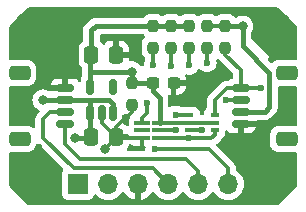
<source format=gbr>
%TF.GenerationSoftware,KiCad,Pcbnew,8.0.1*%
%TF.CreationDate,2024-04-26T21:14:53-06:00*%
%TF.ProjectId,apds-9306-sensor,61706473-2d39-4333-9036-2d73656e736f,rev?*%
%TF.SameCoordinates,Original*%
%TF.FileFunction,Copper,L1,Top*%
%TF.FilePolarity,Positive*%
%FSLAX46Y46*%
G04 Gerber Fmt 4.6, Leading zero omitted, Abs format (unit mm)*
G04 Created by KiCad (PCBNEW 8.0.1) date 2024-04-26 21:14:53*
%MOMM*%
%LPD*%
G01*
G04 APERTURE LIST*
G04 Aperture macros list*
%AMRoundRect*
0 Rectangle with rounded corners*
0 $1 Rounding radius*
0 $2 $3 $4 $5 $6 $7 $8 $9 X,Y pos of 4 corners*
0 Add a 4 corners polygon primitive as box body*
4,1,4,$2,$3,$4,$5,$6,$7,$8,$9,$2,$3,0*
0 Add four circle primitives for the rounded corners*
1,1,$1+$1,$2,$3*
1,1,$1+$1,$4,$5*
1,1,$1+$1,$6,$7*
1,1,$1+$1,$8,$9*
0 Add four rect primitives between the rounded corners*
20,1,$1+$1,$2,$3,$4,$5,0*
20,1,$1+$1,$4,$5,$6,$7,0*
20,1,$1+$1,$6,$7,$8,$9,0*
20,1,$1+$1,$8,$9,$2,$3,0*%
G04 Aperture macros list end*
%TA.AperFunction,SMDPad,CuDef*%
%ADD10RoundRect,0.237500X-0.300000X-0.237500X0.300000X-0.237500X0.300000X0.237500X-0.300000X0.237500X0*%
%TD*%
%TA.AperFunction,SMDPad,CuDef*%
%ADD11RoundRect,0.237500X-0.237500X0.250000X-0.237500X-0.250000X0.237500X-0.250000X0.237500X0.250000X0*%
%TD*%
%TA.AperFunction,SMDPad,CuDef*%
%ADD12RoundRect,0.025600X0.594400X0.134400X-0.594400X0.134400X-0.594400X-0.134400X0.594400X-0.134400X0*%
%TD*%
%TA.AperFunction,ComponentPad*%
%ADD13C,3.500000*%
%TD*%
%TA.AperFunction,SMDPad,CuDef*%
%ADD14RoundRect,0.150000X-0.625000X0.150000X-0.625000X-0.150000X0.625000X-0.150000X0.625000X0.150000X0*%
%TD*%
%TA.AperFunction,SMDPad,CuDef*%
%ADD15RoundRect,0.250000X-0.650000X0.350000X-0.650000X-0.350000X0.650000X-0.350000X0.650000X0.350000X0*%
%TD*%
%TA.AperFunction,SMDPad,CuDef*%
%ADD16R,0.787400X0.355600*%
%TD*%
%TA.AperFunction,SMDPad,CuDef*%
%ADD17RoundRect,0.250000X-0.337500X-0.475000X0.337500X-0.475000X0.337500X0.475000X-0.337500X0.475000X0*%
%TD*%
%TA.AperFunction,SMDPad,CuDef*%
%ADD18RoundRect,0.150000X0.625000X-0.150000X0.625000X0.150000X-0.625000X0.150000X-0.625000X-0.150000X0*%
%TD*%
%TA.AperFunction,SMDPad,CuDef*%
%ADD19RoundRect,0.250000X0.650000X-0.350000X0.650000X0.350000X-0.650000X0.350000X-0.650000X-0.350000X0*%
%TD*%
%TA.AperFunction,SMDPad,CuDef*%
%ADD20RoundRect,0.150000X0.150000X-0.512500X0.150000X0.512500X-0.150000X0.512500X-0.150000X-0.512500X0*%
%TD*%
%TA.AperFunction,ComponentPad*%
%ADD21R,1.700000X1.700000*%
%TD*%
%TA.AperFunction,ComponentPad*%
%ADD22O,1.700000X1.700000*%
%TD*%
%TA.AperFunction,ViaPad*%
%ADD23C,0.800000*%
%TD*%
%TA.AperFunction,ViaPad*%
%ADD24C,0.600000*%
%TD*%
%TA.AperFunction,Conductor*%
%ADD25C,0.400000*%
%TD*%
%TA.AperFunction,Conductor*%
%ADD26C,0.300000*%
%TD*%
G04 APERTURE END LIST*
D10*
%TO.P,C4,1*%
%TO.N,+3.3V*%
X165100000Y-83134200D03*
%TO.P,C4,2*%
%TO.N,GND*%
X166825000Y-83134200D03*
%TD*%
D11*
%TO.P,C3,1*%
%TO.N,+3.3V*%
X163322000Y-83138000D03*
%TO.P,C3,2*%
%TO.N,GND*%
X163322000Y-84963000D03*
%TD*%
D12*
%TO.P,U2,1,SCL*%
%TO.N,/SCL_3V*%
X165667200Y-87797400D03*
%TO.P,U2,2,SDA*%
%TO.N,/SDA_3V*%
X165667200Y-87147400D03*
%TO.P,U2,3,VDD*%
%TO.N,+3.3V*%
X165667200Y-86497400D03*
%TO.P,U2,4,INT*%
%TO.N,/INTR*%
X164177200Y-86497400D03*
%TO.P,U2,5*%
%TO.N,N/C*%
X164177200Y-87147400D03*
%TO.P,U2,6,GND*%
%TO.N,GND*%
X164177200Y-87797400D03*
%TD*%
D13*
%TO.P,H1,1*%
%TO.N,GND*%
X175260000Y-78740000D03*
%TD*%
D14*
%TO.P,J2,1,Pin_1*%
%TO.N,GND*%
X157676600Y-83590000D03*
%TO.P,J2,2,Pin_2*%
%TO.N,VCC*%
X157676600Y-84590000D03*
%TO.P,J2,3,Pin_3*%
%TO.N,/SDA*%
X157676600Y-85590000D03*
%TO.P,J2,4,Pin_4*%
%TO.N,/SCL*%
X157676600Y-86590000D03*
D15*
%TO.P,J2,MP*%
%TO.N,N/C*%
X153801600Y-82290000D03*
X153801600Y-87890000D03*
%TD*%
D11*
%TO.P,R2,1*%
%TO.N,VCC*%
X171196000Y-78310100D03*
%TO.P,R2,2*%
%TO.N,/SCL*%
X171196000Y-80135100D03*
%TD*%
D16*
%TO.P,Q1,1,1*%
%TO.N,/SCL_3V*%
X170307000Y-87136999D03*
%TO.P,Q1,2,2*%
%TO.N,+3.3V*%
X170307000Y-86487000D03*
%TO.P,Q1,3,3*%
%TO.N,/SCL*%
X170307000Y-85837001D03*
%TO.P,Q1,4,4*%
%TO.N,/SDA_3V*%
X168173400Y-85837001D03*
%TO.P,Q1,5,5*%
%TO.N,+3.3V*%
X168173400Y-86487000D03*
%TO.P,Q1,6,6*%
%TO.N,/SDA*%
X168173400Y-87136999D03*
%TD*%
D17*
%TO.P,C1,1*%
%TO.N,VCC*%
X159871500Y-87731600D03*
%TO.P,C1,2*%
%TO.N,GND*%
X161946500Y-87731600D03*
%TD*%
D18*
%TO.P,J3,1,Pin_1*%
%TO.N,GND*%
X172523400Y-86590000D03*
%TO.P,J3,2,Pin_2*%
%TO.N,VCC*%
X172523400Y-85590000D03*
%TO.P,J3,3,Pin_3*%
%TO.N,/SDA*%
X172523400Y-84590000D03*
%TO.P,J3,4,Pin_4*%
%TO.N,/SCL*%
X172523400Y-83590000D03*
D19*
%TO.P,J3,MP*%
%TO.N,N/C*%
X176398400Y-87890000D03*
X176398400Y-82290000D03*
%TD*%
D11*
%TO.P,R5,1*%
%TO.N,+3.3V*%
X165100000Y-78310100D03*
%TO.P,R5,2*%
%TO.N,/INTR*%
X165100000Y-80135100D03*
%TD*%
D13*
%TO.P,H4,1*%
%TO.N,GND*%
X154940000Y-91440000D03*
%TD*%
%TO.P,H3,1*%
%TO.N,GND*%
X175260000Y-91440000D03*
%TD*%
D11*
%TO.P,R4,1*%
%TO.N,+3.3V*%
X166624000Y-78310100D03*
%TO.P,R4,2*%
%TO.N,/SDA_3V*%
X166624000Y-80135100D03*
%TD*%
%TO.P,R1,1*%
%TO.N,VCC*%
X169672000Y-78310100D03*
%TO.P,R1,2*%
%TO.N,/SDA*%
X169672000Y-80135100D03*
%TD*%
D17*
%TO.P,C2,1*%
%TO.N,+3.3V*%
X159871500Y-80772000D03*
%TO.P,C2,2*%
%TO.N,GND*%
X161946500Y-80772000D03*
%TD*%
D20*
%TO.P,U1,1,VIN*%
%TO.N,VCC*%
X159781200Y-85714000D03*
%TO.P,U1,2,GND*%
%TO.N,GND*%
X160731200Y-85714000D03*
%TO.P,U1,3,EN*%
%TO.N,VCC*%
X161681200Y-85714000D03*
%TO.P,U1,4,NC*%
%TO.N,unconnected-(U1-NC-Pad4)*%
X161681200Y-83439000D03*
%TO.P,U1,5,VOUT*%
%TO.N,+3.3V*%
X159781200Y-83439000D03*
%TD*%
D11*
%TO.P,R3,1*%
%TO.N,+3.3V*%
X168148000Y-78310100D03*
%TO.P,R3,2*%
%TO.N,/SCL_3V*%
X168148000Y-80135100D03*
%TD*%
D13*
%TO.P,H2,1*%
%TO.N,GND*%
X154940000Y-78740000D03*
%TD*%
D21*
%TO.P,J1,1,Pin_1*%
%TO.N,VCC*%
X158750000Y-91669000D03*
D22*
%TO.P,J1,2,Pin_2*%
%TO.N,+3.3V*%
X161290000Y-91669000D03*
%TO.P,J1,3,Pin_3*%
%TO.N,GND*%
X163830000Y-91669000D03*
%TO.P,J1,4,Pin_4*%
%TO.N,/SDA*%
X166370000Y-91669000D03*
%TO.P,J1,5,Pin_5*%
%TO.N,/SCL*%
X168910000Y-91669000D03*
%TO.P,J1,6,Pin_6*%
%TO.N,/INTR*%
X171450000Y-91669000D03*
%TD*%
D23*
%TO.N,VCC*%
X158521400Y-87782400D03*
X172669200Y-78333600D03*
X155778200Y-84582000D03*
D24*
%TO.N,GND*%
X153314400Y-80822800D03*
X153416000Y-89230200D03*
D23*
X163576000Y-80314800D03*
D24*
X156845000Y-92938600D03*
X173304200Y-77165200D03*
X176606200Y-85648800D03*
X176809400Y-80619600D03*
X162902900Y-86017100D03*
X170688000Y-82550000D03*
X174294800Y-88671400D03*
X176555400Y-84023200D03*
X157505400Y-77343000D03*
X153822400Y-84251800D03*
X155397200Y-88544400D03*
X173024800Y-92786200D03*
X157556200Y-82296000D03*
X153797000Y-86004400D03*
D23*
X160985200Y-88747600D03*
%TO.N,+3.3V*%
X163322000Y-82194400D03*
D24*
%TO.N,/SDA*%
X171297600Y-84607400D03*
X169672000Y-81432400D03*
X169214800Y-87137000D03*
%TO.N,/SCL_3V*%
X168122600Y-87814801D03*
X168148000Y-81635600D03*
%TO.N,/SDA_3V*%
X167005000Y-87147400D03*
X166624000Y-81686400D03*
X167005000Y-85847400D03*
%TO.N,/SCL*%
X174242600Y-83590000D03*
%TO.N,/INTR*%
X164566600Y-84810600D03*
X165252400Y-88722200D03*
X165100000Y-81610200D03*
%TD*%
D25*
%TO.N,VCC*%
X159664400Y-84590000D02*
X161348800Y-84590000D01*
X172669200Y-78333600D02*
X172669200Y-80010000D01*
X161681200Y-84922400D02*
X161681200Y-85714000D01*
D26*
X169672000Y-78310100D02*
X171196000Y-78310100D01*
D25*
X159781200Y-84706800D02*
X159664400Y-84590000D01*
X155786200Y-84590000D02*
X155778200Y-84582000D01*
X157676600Y-84590000D02*
X155786200Y-84590000D01*
X172669200Y-78333600D02*
X172645700Y-78310100D01*
X174942600Y-85178800D02*
X174942600Y-82283400D01*
X157676600Y-84590000D02*
X159664400Y-84590000D01*
X159820700Y-87782400D02*
X159871500Y-87731600D01*
X174531400Y-85590000D02*
X174942600Y-85178800D01*
X174942600Y-82283400D02*
X172669200Y-80010000D01*
X161348800Y-84590000D02*
X161681200Y-84922400D01*
X158521400Y-87782400D02*
X159820700Y-87782400D01*
X159781200Y-85714000D02*
X159781200Y-84706800D01*
X172645700Y-78310100D02*
X171196000Y-78310100D01*
X159781200Y-85714000D02*
X159781200Y-87641300D01*
X159781200Y-87641300D02*
X159871500Y-87731600D01*
X174531400Y-85590000D02*
X172523400Y-85590000D01*
X158572200Y-87731600D02*
X158521400Y-87782400D01*
D26*
%TO.N,GND*%
X157676600Y-83590000D02*
X157556200Y-83469600D01*
X160731200Y-86516300D02*
X160731200Y-85714000D01*
X161946500Y-87731600D02*
X160731200Y-86516300D01*
X164177200Y-87797400D02*
X162012300Y-87797400D01*
X162763200Y-86017100D02*
X161946500Y-86833800D01*
X161946500Y-80772000D02*
X161874200Y-80699700D01*
X162902900Y-86017100D02*
X162763200Y-86017100D01*
X163118800Y-80772000D02*
X163576000Y-80314800D01*
X163322000Y-85598000D02*
X163322000Y-84963000D01*
X161921100Y-87757000D02*
X161772600Y-87757000D01*
X161946500Y-87731600D02*
X161946500Y-87786300D01*
X157556200Y-83469600D02*
X157556200Y-82296000D01*
X161946500Y-80772000D02*
X163118800Y-80772000D01*
X161946500Y-86833800D02*
X161946500Y-87731600D01*
X161946500Y-87731600D02*
X161921100Y-87757000D01*
X161946500Y-87786300D02*
X160985200Y-88747600D01*
X162902900Y-86017100D02*
X163322000Y-85598000D01*
X162012300Y-87797400D02*
X161946500Y-87731600D01*
D25*
%TO.N,+3.3V*%
X159781200Y-83439000D02*
X159781200Y-82194400D01*
X165096200Y-83138000D02*
X165100000Y-83134200D01*
X166624000Y-78310100D02*
X168148000Y-78310100D01*
X165100000Y-83134200D02*
X165100000Y-83820000D01*
X159871500Y-78659900D02*
X159871500Y-80772000D01*
X165100000Y-83820000D02*
X165667200Y-84387200D01*
X160223200Y-78308200D02*
X159871500Y-78659900D01*
X163322000Y-82194400D02*
X159781200Y-82194400D01*
X159781200Y-80862300D02*
X159871500Y-80772000D01*
D26*
X165667200Y-86497400D02*
X168163000Y-86497400D01*
X168163000Y-86497400D02*
X168173400Y-86487000D01*
D25*
X165667200Y-84387200D02*
X165667200Y-86497400D01*
X165100000Y-78310100D02*
X166624000Y-78310100D01*
X163322000Y-83138000D02*
X165096200Y-83138000D01*
X163322000Y-83138000D02*
X163322000Y-82194400D01*
D26*
X168173400Y-86487000D02*
X170307000Y-86487000D01*
D25*
X165098100Y-78308200D02*
X160223200Y-78308200D01*
X165100000Y-78310100D02*
X165098100Y-78308200D01*
X159781200Y-83439000D02*
X159816800Y-83403400D01*
X159781200Y-82194400D02*
X159781200Y-80862300D01*
D26*
%TO.N,/SDA*%
X158369000Y-90347800D02*
X165048800Y-90347800D01*
X155778200Y-87757000D02*
X158369000Y-90347800D01*
X157676600Y-85590000D02*
X156395800Y-85590000D01*
X165048800Y-90347800D02*
X166370000Y-91669000D01*
X169214799Y-87136999D02*
X168173400Y-87136999D01*
X172523400Y-84590000D02*
X171315000Y-84590000D01*
X155778200Y-86207600D02*
X155778200Y-87757000D01*
X169672000Y-81432400D02*
X169672000Y-80135100D01*
X171315000Y-84590000D02*
X171297600Y-84607400D01*
X169214800Y-87137000D02*
X169214799Y-87136999D01*
X156395800Y-85590000D02*
X155778200Y-86207600D01*
%TO.N,/SCL_3V*%
X165667200Y-87797400D02*
X170038000Y-87797400D01*
X168148000Y-80135100D02*
X168148000Y-81635600D01*
X170307000Y-87528400D02*
X170307000Y-87136999D01*
X170038000Y-87797400D02*
X170307000Y-87528400D01*
%TO.N,/SDA_3V*%
X168173400Y-85837001D02*
X167015399Y-85837001D01*
X166624000Y-81686400D02*
X166624000Y-80135100D01*
X167015399Y-85837001D02*
X167005000Y-85847400D01*
X165667200Y-87147400D02*
X167005000Y-87147400D01*
%TO.N,/SCL*%
X157676600Y-88283800D02*
X158927800Y-89535000D01*
X157676600Y-86590000D02*
X157676600Y-88283800D01*
X167894000Y-89535000D02*
X168910000Y-90551000D01*
X170307000Y-84607400D02*
X170307000Y-85837001D01*
X172523400Y-83590000D02*
X171324400Y-83590000D01*
X174242600Y-83590000D02*
X172523400Y-83590000D01*
X172523400Y-83590000D02*
X172523400Y-82074000D01*
X158927800Y-89535000D02*
X167894000Y-89535000D01*
X171196000Y-80746600D02*
X171196000Y-80135100D01*
X172523400Y-82074000D02*
X171196000Y-80746600D01*
X171324400Y-83590000D02*
X170307000Y-84607400D01*
X168910000Y-90551000D02*
X168910000Y-91669000D01*
%TO.N,/INTR*%
X165252400Y-88722200D02*
X169799000Y-88722200D01*
X169799000Y-88722200D02*
X171450000Y-90373200D01*
X164566600Y-85699600D02*
X164160200Y-86106000D01*
X165100000Y-80135100D02*
X165100000Y-81610200D01*
X164160200Y-86106000D02*
X164160200Y-86480400D01*
X164566600Y-84810600D02*
X164566600Y-85699600D01*
X164160200Y-86480400D02*
X164177200Y-86497400D01*
X171450000Y-90373200D02*
X171450000Y-91669000D01*
%TD*%
%TA.AperFunction,Conductor*%
%TO.N,GND*%
G36*
X177231591Y-83396681D02*
G01*
X177282475Y-83444561D01*
X177299500Y-83507269D01*
X177299500Y-86672730D01*
X177279815Y-86739769D01*
X177227011Y-86785524D01*
X177162898Y-86796088D01*
X177098411Y-86789500D01*
X175698398Y-86789500D01*
X175698381Y-86789501D01*
X175595603Y-86800000D01*
X175595600Y-86800001D01*
X175429068Y-86855185D01*
X175429063Y-86855187D01*
X175279742Y-86947289D01*
X175155689Y-87071342D01*
X175063587Y-87220663D01*
X175063585Y-87220668D01*
X175050087Y-87261402D01*
X175008401Y-87387203D01*
X175008401Y-87387204D01*
X175008400Y-87387204D01*
X174997900Y-87489983D01*
X174997900Y-88290001D01*
X174997901Y-88290019D01*
X175008400Y-88392796D01*
X175008401Y-88392799D01*
X175026447Y-88447256D01*
X175063586Y-88559334D01*
X175155688Y-88708656D01*
X175279744Y-88832712D01*
X175429066Y-88924814D01*
X175595603Y-88979999D01*
X175698391Y-88990500D01*
X177098408Y-88990499D01*
X177162898Y-88983911D01*
X177231591Y-88996681D01*
X177282475Y-89044561D01*
X177299500Y-89107269D01*
X177299500Y-91435933D01*
X177299235Y-91444043D01*
X177282583Y-91698104D01*
X177280465Y-91714186D01*
X177243053Y-91902266D01*
X177210668Y-91964177D01*
X177209117Y-91965755D01*
X175785755Y-93389117D01*
X175724432Y-93422602D01*
X175722266Y-93423053D01*
X175534186Y-93460465D01*
X175518104Y-93462583D01*
X175264043Y-93479235D01*
X175255933Y-93479500D01*
X154944067Y-93479500D01*
X154935957Y-93479235D01*
X154681895Y-93462583D01*
X154665814Y-93460465D01*
X154477733Y-93423053D01*
X154415822Y-93390668D01*
X154414243Y-93389117D01*
X152990881Y-91965755D01*
X152957396Y-91904432D01*
X152956970Y-91902389D01*
X152919532Y-91714172D01*
X152917417Y-91698116D01*
X152906948Y-91538377D01*
X153690000Y-91538377D01*
X153720779Y-91732709D01*
X153781580Y-91919833D01*
X153870904Y-92095143D01*
X153986554Y-92254320D01*
X154125680Y-92393446D01*
X154284857Y-92509096D01*
X154460167Y-92598420D01*
X154647291Y-92659221D01*
X154841623Y-92690000D01*
X155038377Y-92690000D01*
X155232709Y-92659221D01*
X155419833Y-92598420D01*
X155595143Y-92509096D01*
X155754320Y-92393446D01*
X155893446Y-92254320D01*
X156009096Y-92095143D01*
X156098420Y-91919833D01*
X156159221Y-91732709D01*
X156190000Y-91538377D01*
X156190000Y-91341623D01*
X156159221Y-91147291D01*
X156098420Y-90960167D01*
X156009096Y-90784857D01*
X155893446Y-90625680D01*
X155754320Y-90486554D01*
X155595143Y-90370904D01*
X155419833Y-90281580D01*
X155232709Y-90220779D01*
X155038377Y-90190000D01*
X154841623Y-90190000D01*
X154647291Y-90220779D01*
X154460167Y-90281580D01*
X154284857Y-90370904D01*
X154125680Y-90486554D01*
X153986554Y-90625680D01*
X153870904Y-90784857D01*
X153781580Y-90960167D01*
X153720779Y-91147291D01*
X153690000Y-91341623D01*
X153690000Y-91538377D01*
X152906948Y-91538377D01*
X152900765Y-91444042D01*
X152900500Y-91435933D01*
X152900500Y-89107269D01*
X152920185Y-89040230D01*
X152972989Y-88994475D01*
X153037100Y-88983911D01*
X153101591Y-88990500D01*
X154501608Y-88990499D01*
X154604397Y-88979999D01*
X154770934Y-88924814D01*
X154920256Y-88832712D01*
X155044312Y-88708656D01*
X155136414Y-88559334D01*
X155191599Y-88392797D01*
X155193113Y-88377976D01*
X155219509Y-88313285D01*
X155276689Y-88273134D01*
X155346500Y-88270270D01*
X155404152Y-88302898D01*
X157475148Y-90373894D01*
X157508633Y-90435217D01*
X157503649Y-90504909D01*
X157486734Y-90535886D01*
X157456204Y-90576668D01*
X157456202Y-90576671D01*
X157405908Y-90711517D01*
X157399501Y-90771116D01*
X157399500Y-90771135D01*
X157399500Y-92566870D01*
X157399501Y-92566876D01*
X157405908Y-92626483D01*
X157456202Y-92761328D01*
X157456206Y-92761335D01*
X157542452Y-92876544D01*
X157542455Y-92876547D01*
X157657664Y-92962793D01*
X157657671Y-92962797D01*
X157792517Y-93013091D01*
X157792516Y-93013091D01*
X157799444Y-93013835D01*
X157852127Y-93019500D01*
X159647872Y-93019499D01*
X159707483Y-93013091D01*
X159842331Y-92962796D01*
X159957546Y-92876546D01*
X160043796Y-92761331D01*
X160092810Y-92629916D01*
X160134681Y-92573984D01*
X160200145Y-92549566D01*
X160268418Y-92564417D01*
X160296673Y-92585569D01*
X160418599Y-92707495D01*
X160515384Y-92775265D01*
X160612165Y-92843032D01*
X160612167Y-92843033D01*
X160612170Y-92843035D01*
X160826337Y-92942903D01*
X161054592Y-93004063D01*
X161231034Y-93019500D01*
X161289999Y-93024659D01*
X161290000Y-93024659D01*
X161290001Y-93024659D01*
X161348966Y-93019500D01*
X161525408Y-93004063D01*
X161753663Y-92942903D01*
X161967830Y-92843035D01*
X162161401Y-92707495D01*
X162328495Y-92540401D01*
X162458730Y-92354405D01*
X162513307Y-92310781D01*
X162582805Y-92303587D01*
X162645160Y-92335110D01*
X162661879Y-92354405D01*
X162791890Y-92540078D01*
X162958917Y-92707105D01*
X163152421Y-92842600D01*
X163366507Y-92942429D01*
X163366516Y-92942433D01*
X163580000Y-92999634D01*
X163580000Y-92102012D01*
X163637007Y-92134925D01*
X163764174Y-92169000D01*
X163895826Y-92169000D01*
X164022993Y-92134925D01*
X164080000Y-92102012D01*
X164080000Y-92999633D01*
X164293483Y-92942433D01*
X164293492Y-92942429D01*
X164507578Y-92842600D01*
X164701082Y-92707105D01*
X164868105Y-92540082D01*
X164998119Y-92354405D01*
X165052696Y-92310781D01*
X165122195Y-92303588D01*
X165184549Y-92335110D01*
X165201269Y-92354405D01*
X165331505Y-92540401D01*
X165498599Y-92707495D01*
X165595384Y-92775265D01*
X165692165Y-92843032D01*
X165692167Y-92843033D01*
X165692170Y-92843035D01*
X165906337Y-92942903D01*
X166134592Y-93004063D01*
X166311034Y-93019500D01*
X166369999Y-93024659D01*
X166370000Y-93024659D01*
X166370001Y-93024659D01*
X166428966Y-93019500D01*
X166605408Y-93004063D01*
X166833663Y-92942903D01*
X167047830Y-92843035D01*
X167241401Y-92707495D01*
X167408495Y-92540401D01*
X167538425Y-92354842D01*
X167593002Y-92311217D01*
X167662500Y-92304023D01*
X167724855Y-92335546D01*
X167741575Y-92354842D01*
X167871500Y-92540395D01*
X167871505Y-92540401D01*
X168038599Y-92707495D01*
X168135384Y-92775265D01*
X168232165Y-92843032D01*
X168232167Y-92843033D01*
X168232170Y-92843035D01*
X168446337Y-92942903D01*
X168674592Y-93004063D01*
X168851034Y-93019500D01*
X168909999Y-93024659D01*
X168910000Y-93024659D01*
X168910001Y-93024659D01*
X168968966Y-93019500D01*
X169145408Y-93004063D01*
X169373663Y-92942903D01*
X169587830Y-92843035D01*
X169781401Y-92707495D01*
X169948495Y-92540401D01*
X170078425Y-92354842D01*
X170133002Y-92311217D01*
X170202500Y-92304023D01*
X170264855Y-92335546D01*
X170281575Y-92354842D01*
X170411500Y-92540395D01*
X170411505Y-92540401D01*
X170578599Y-92707495D01*
X170675384Y-92775265D01*
X170772165Y-92843032D01*
X170772167Y-92843033D01*
X170772170Y-92843035D01*
X170986337Y-92942903D01*
X171214592Y-93004063D01*
X171391034Y-93019500D01*
X171449999Y-93024659D01*
X171450000Y-93024659D01*
X171450001Y-93024659D01*
X171508966Y-93019500D01*
X171685408Y-93004063D01*
X171913663Y-92942903D01*
X172127830Y-92843035D01*
X172321401Y-92707495D01*
X172488495Y-92540401D01*
X172624035Y-92346830D01*
X172723903Y-92132663D01*
X172785063Y-91904408D01*
X172805659Y-91669000D01*
X172794231Y-91538377D01*
X174010000Y-91538377D01*
X174040779Y-91732709D01*
X174101580Y-91919833D01*
X174190904Y-92095143D01*
X174306554Y-92254320D01*
X174445680Y-92393446D01*
X174604857Y-92509096D01*
X174780167Y-92598420D01*
X174967291Y-92659221D01*
X175161623Y-92690000D01*
X175358377Y-92690000D01*
X175552709Y-92659221D01*
X175739833Y-92598420D01*
X175915143Y-92509096D01*
X176074320Y-92393446D01*
X176213446Y-92254320D01*
X176329096Y-92095143D01*
X176418420Y-91919833D01*
X176479221Y-91732709D01*
X176510000Y-91538377D01*
X176510000Y-91341623D01*
X176479221Y-91147291D01*
X176418420Y-90960167D01*
X176329096Y-90784857D01*
X176213446Y-90625680D01*
X176074320Y-90486554D01*
X175915143Y-90370904D01*
X175739833Y-90281580D01*
X175552709Y-90220779D01*
X175358377Y-90190000D01*
X175161623Y-90190000D01*
X174967291Y-90220779D01*
X174780167Y-90281580D01*
X174604857Y-90370904D01*
X174445680Y-90486554D01*
X174306554Y-90625680D01*
X174190904Y-90784857D01*
X174101580Y-90960167D01*
X174040779Y-91147291D01*
X174010000Y-91341623D01*
X174010000Y-91538377D01*
X172794231Y-91538377D01*
X172785063Y-91433592D01*
X172723903Y-91205337D01*
X172624035Y-90991171D01*
X172618425Y-90983158D01*
X172488494Y-90797597D01*
X172321402Y-90630506D01*
X172321401Y-90630505D01*
X172198616Y-90544530D01*
X172153376Y-90512852D01*
X172109751Y-90458275D01*
X172100500Y-90411277D01*
X172100500Y-90309128D01*
X172075502Y-90183461D01*
X172075501Y-90183460D01*
X172075501Y-90183456D01*
X172045681Y-90111465D01*
X172026466Y-90065074D01*
X171955277Y-89958531D01*
X171955272Y-89958525D01*
X170463727Y-88466981D01*
X170430242Y-88405658D01*
X170435226Y-88335966D01*
X170463727Y-88291619D01*
X170812271Y-87943075D01*
X170812276Y-87943070D01*
X170883465Y-87836527D01*
X170891029Y-87818263D01*
X170934866Y-87763862D01*
X170941325Y-87759872D01*
X170975088Y-87734597D01*
X171058246Y-87672345D01*
X171144496Y-87557130D01*
X171194791Y-87422282D01*
X171201200Y-87362672D01*
X171201199Y-87261399D01*
X171220883Y-87194363D01*
X171273686Y-87148607D01*
X171342845Y-87138663D01*
X171406401Y-87167687D01*
X171412880Y-87173720D01*
X171496838Y-87257678D01*
X171496847Y-87257685D01*
X171638203Y-87341282D01*
X171638206Y-87341283D01*
X171795904Y-87387099D01*
X171795910Y-87387100D01*
X171832750Y-87389999D01*
X171832766Y-87390000D01*
X172273400Y-87390000D01*
X172273400Y-86840000D01*
X172773400Y-86840000D01*
X172773400Y-87390000D01*
X173214034Y-87390000D01*
X173214049Y-87389999D01*
X173250889Y-87387100D01*
X173250895Y-87387099D01*
X173408593Y-87341283D01*
X173408596Y-87341282D01*
X173549952Y-87257685D01*
X173549961Y-87257678D01*
X173666078Y-87141561D01*
X173666085Y-87141552D01*
X173749681Y-87000198D01*
X173795500Y-86842486D01*
X173795695Y-86840001D01*
X173795695Y-86840000D01*
X172773400Y-86840000D01*
X172273400Y-86840000D01*
X172273400Y-86514500D01*
X172293085Y-86447461D01*
X172345889Y-86401706D01*
X172397400Y-86390500D01*
X173214086Y-86390500D01*
X173214094Y-86390500D01*
X173250969Y-86387598D01*
X173250971Y-86387597D01*
X173250973Y-86387597D01*
X173397855Y-86344924D01*
X173432450Y-86340000D01*
X173795696Y-86340000D01*
X173804637Y-86330328D01*
X173864598Y-86294462D01*
X173895692Y-86290500D01*
X174600396Y-86290500D01*
X174691440Y-86272389D01*
X174735728Y-86263580D01*
X174799469Y-86237177D01*
X174863207Y-86210777D01*
X174863208Y-86210776D01*
X174863211Y-86210775D01*
X174977943Y-86134114D01*
X175486714Y-85625343D01*
X175563375Y-85510611D01*
X175616180Y-85383128D01*
X175636705Y-85279943D01*
X175643100Y-85247796D01*
X175643100Y-83514499D01*
X175662785Y-83447460D01*
X175715589Y-83401705D01*
X175767095Y-83390499D01*
X177098408Y-83390499D01*
X177162898Y-83383911D01*
X177231591Y-83396681D01*
G37*
%TD.AperFunction*%
%TA.AperFunction,Conductor*%
G36*
X164280239Y-87827584D02*
G01*
X164325994Y-87880388D01*
X164337200Y-87931899D01*
X164337200Y-88457400D01*
X164337914Y-88457400D01*
X164404953Y-88477085D01*
X164450708Y-88529889D01*
X164461134Y-88595283D01*
X164446835Y-88722195D01*
X164446835Y-88722201D01*
X164449586Y-88746615D01*
X164437532Y-88815437D01*
X164390183Y-88866817D01*
X164326366Y-88884500D01*
X162966123Y-88884500D01*
X162899084Y-88864815D01*
X162853329Y-88812011D01*
X162843385Y-88742853D01*
X162872410Y-88679297D01*
X162875492Y-88675986D01*
X162876315Y-88674946D01*
X162968356Y-88525724D01*
X162968359Y-88525717D01*
X163019827Y-88370396D01*
X163059599Y-88312951D01*
X163124115Y-88286127D01*
X163192891Y-88298442D01*
X163212459Y-88310595D01*
X163322776Y-88394252D01*
X163457186Y-88447255D01*
X163457188Y-88447256D01*
X163541656Y-88457400D01*
X164017200Y-88457400D01*
X164017200Y-87931899D01*
X164036885Y-87864860D01*
X164089689Y-87819105D01*
X164141198Y-87807899D01*
X164213201Y-87807899D01*
X164280239Y-87827584D01*
G37*
%TD.AperFunction*%
%TA.AperFunction,Conductor*%
G36*
X163020039Y-87501285D02*
G01*
X163065794Y-87554089D01*
X163077000Y-87605600D01*
X163077000Y-87637400D01*
X163139345Y-87637400D01*
X163206384Y-87657085D01*
X163214271Y-87662597D01*
X163309216Y-87734597D01*
X163350739Y-87790789D01*
X163355290Y-87860511D01*
X163321425Y-87921624D01*
X163259895Y-87954728D01*
X163234290Y-87957400D01*
X163066925Y-87957400D01*
X163027796Y-87978766D01*
X163001438Y-87981600D01*
X161820500Y-87981600D01*
X161753461Y-87961915D01*
X161707706Y-87909111D01*
X161696500Y-87857600D01*
X161696500Y-87605600D01*
X161716185Y-87538561D01*
X161768989Y-87492806D01*
X161820500Y-87481600D01*
X162953000Y-87481600D01*
X163020039Y-87501285D01*
G37*
%TD.AperFunction*%
%TA.AperFunction,Conductor*%
G36*
X175264042Y-76700765D02*
G01*
X175285151Y-76702148D01*
X175518116Y-76717417D01*
X175534172Y-76719532D01*
X175722268Y-76756946D01*
X175784176Y-76789330D01*
X175785755Y-76790881D01*
X177209117Y-78214243D01*
X177242602Y-78275566D01*
X177243053Y-78277733D01*
X177280465Y-78465814D01*
X177282583Y-78481895D01*
X177299235Y-78735956D01*
X177299500Y-78744066D01*
X177299500Y-81072730D01*
X177279815Y-81139769D01*
X177227011Y-81185524D01*
X177162898Y-81196088D01*
X177098411Y-81189500D01*
X175698398Y-81189500D01*
X175698381Y-81189501D01*
X175595603Y-81200000D01*
X175595600Y-81200001D01*
X175429068Y-81255185D01*
X175429063Y-81255187D01*
X175279742Y-81347289D01*
X175226124Y-81400907D01*
X175164801Y-81434391D01*
X175095109Y-81429406D01*
X175050763Y-81400906D01*
X174829945Y-81180088D01*
X174796460Y-81118765D01*
X174801444Y-81049073D01*
X174843316Y-80993140D01*
X174908780Y-80968723D01*
X174941818Y-80970790D01*
X174965683Y-80975537D01*
X175024518Y-80979392D01*
X173406019Y-79360893D01*
X173372534Y-79299570D01*
X173369700Y-79273212D01*
X173369700Y-78948991D01*
X173389385Y-78881952D01*
X173401552Y-78866017D01*
X173401733Y-78865816D01*
X173417575Y-78838377D01*
X174010000Y-78838377D01*
X174040779Y-79032709D01*
X174101580Y-79219833D01*
X174190904Y-79395143D01*
X174306554Y-79554320D01*
X174445680Y-79693446D01*
X174604857Y-79809096D01*
X174780167Y-79898420D01*
X174967291Y-79959221D01*
X175161623Y-79990000D01*
X175358377Y-79990000D01*
X175552709Y-79959221D01*
X175739833Y-79898420D01*
X175915143Y-79809096D01*
X176074320Y-79693446D01*
X176213446Y-79554320D01*
X176329096Y-79395143D01*
X176418420Y-79219833D01*
X176479221Y-79032709D01*
X176510000Y-78838377D01*
X176510000Y-78641623D01*
X176479221Y-78447291D01*
X176418420Y-78260167D01*
X176329096Y-78084857D01*
X176213446Y-77925680D01*
X176074320Y-77786554D01*
X175915143Y-77670904D01*
X175739833Y-77581580D01*
X175552709Y-77520779D01*
X175358377Y-77490000D01*
X175161623Y-77490000D01*
X174967291Y-77520779D01*
X174780167Y-77581580D01*
X174604857Y-77670904D01*
X174445680Y-77786554D01*
X174306554Y-77925680D01*
X174190904Y-78084857D01*
X174101580Y-78260167D01*
X174040779Y-78447291D01*
X174010000Y-78641623D01*
X174010000Y-78838377D01*
X173417575Y-78838377D01*
X173496379Y-78701884D01*
X173554874Y-78521856D01*
X173574660Y-78333600D01*
X173554874Y-78145344D01*
X173496379Y-77965316D01*
X173401733Y-77801384D01*
X173275071Y-77660712D01*
X173275070Y-77660711D01*
X173121934Y-77549451D01*
X173121929Y-77549448D01*
X172949007Y-77472457D01*
X172949002Y-77472455D01*
X172803201Y-77441465D01*
X172763846Y-77433100D01*
X172574554Y-77433100D01*
X172542097Y-77439998D01*
X172389397Y-77472455D01*
X172389392Y-77472457D01*
X172216470Y-77549448D01*
X172216465Y-77549451D01*
X172166274Y-77585918D01*
X172100468Y-77609398D01*
X172093389Y-77609600D01*
X172078052Y-77609600D01*
X172011013Y-77589915D01*
X171990371Y-77573281D01*
X171894351Y-77477261D01*
X171894350Y-77477260D01*
X171747516Y-77386692D01*
X171583753Y-77332426D01*
X171583751Y-77332425D01*
X171482678Y-77322100D01*
X170909330Y-77322100D01*
X170909312Y-77322101D01*
X170808247Y-77332425D01*
X170644484Y-77386692D01*
X170644477Y-77386695D01*
X170499096Y-77476367D01*
X170431704Y-77494807D01*
X170368904Y-77476367D01*
X170223522Y-77386695D01*
X170223517Y-77386693D01*
X170223516Y-77386692D01*
X170059753Y-77332426D01*
X170059751Y-77332425D01*
X169958678Y-77322100D01*
X169385330Y-77322100D01*
X169385312Y-77322101D01*
X169284247Y-77332425D01*
X169120484Y-77386692D01*
X169120477Y-77386695D01*
X168975096Y-77476367D01*
X168907704Y-77494807D01*
X168844904Y-77476367D01*
X168699522Y-77386695D01*
X168699517Y-77386693D01*
X168699516Y-77386692D01*
X168535753Y-77332426D01*
X168535751Y-77332425D01*
X168434678Y-77322100D01*
X167861330Y-77322100D01*
X167861312Y-77322101D01*
X167760247Y-77332425D01*
X167596484Y-77386692D01*
X167596477Y-77386695D01*
X167451096Y-77476367D01*
X167383704Y-77494807D01*
X167320904Y-77476367D01*
X167175522Y-77386695D01*
X167175517Y-77386693D01*
X167175516Y-77386692D01*
X167011753Y-77332426D01*
X167011751Y-77332425D01*
X166910678Y-77322100D01*
X166337330Y-77322100D01*
X166337312Y-77322101D01*
X166236247Y-77332425D01*
X166072484Y-77386692D01*
X166072477Y-77386695D01*
X165927096Y-77476367D01*
X165859704Y-77494807D01*
X165796904Y-77476367D01*
X165651522Y-77386695D01*
X165651517Y-77386693D01*
X165651516Y-77386692D01*
X165487753Y-77332426D01*
X165487751Y-77332425D01*
X165386678Y-77322100D01*
X164813330Y-77322100D01*
X164813312Y-77322101D01*
X164712247Y-77332425D01*
X164548484Y-77386692D01*
X164548481Y-77386693D01*
X164401648Y-77477261D01*
X164307529Y-77571381D01*
X164246206Y-77604866D01*
X164219848Y-77607700D01*
X160154204Y-77607700D01*
X160018877Y-77634618D01*
X160018867Y-77634621D01*
X159891392Y-77687422D01*
X159776654Y-77764087D01*
X159327387Y-78213354D01*
X159293743Y-78263708D01*
X159250728Y-78328083D01*
X159250721Y-78328095D01*
X159197921Y-78455567D01*
X159197918Y-78455577D01*
X159171000Y-78590904D01*
X159171000Y-79569911D01*
X159151315Y-79636950D01*
X159112098Y-79675449D01*
X159065344Y-79704287D01*
X158941289Y-79828342D01*
X158849187Y-79977663D01*
X158849185Y-79977668D01*
X158849115Y-79977880D01*
X158794001Y-80144203D01*
X158794001Y-80144204D01*
X158794000Y-80144204D01*
X158783500Y-80246983D01*
X158783500Y-81297001D01*
X158783501Y-81297019D01*
X158794000Y-81399796D01*
X158794001Y-81399799D01*
X158834333Y-81521511D01*
X158849186Y-81566334D01*
X158908306Y-81662184D01*
X158941289Y-81715657D01*
X159044381Y-81818749D01*
X159077866Y-81880072D01*
X159080700Y-81906430D01*
X159080700Y-82545530D01*
X159063432Y-82608650D01*
X159029457Y-82666099D01*
X159029454Y-82666106D01*
X158983602Y-82823926D01*
X158983601Y-82823932D01*
X158980700Y-82860798D01*
X158980700Y-82900498D01*
X158961015Y-82967537D01*
X158908211Y-83013292D01*
X158839053Y-83023236D01*
X158775497Y-82994211D01*
X158769019Y-82988179D01*
X158703161Y-82922321D01*
X158703152Y-82922314D01*
X158561796Y-82838717D01*
X158561793Y-82838716D01*
X158404095Y-82792900D01*
X158404089Y-82792899D01*
X158367249Y-82790000D01*
X157926600Y-82790000D01*
X157926600Y-83665500D01*
X157906915Y-83732539D01*
X157854111Y-83778294D01*
X157802600Y-83789500D01*
X156985898Y-83789500D01*
X156949032Y-83792401D01*
X156949026Y-83792402D01*
X156802145Y-83835076D01*
X156767550Y-83840000D01*
X156381298Y-83840000D01*
X156372780Y-83845094D01*
X156302947Y-83842843D01*
X156268812Y-83825372D01*
X156230930Y-83797849D01*
X156230929Y-83797848D01*
X156058007Y-83720857D01*
X156058002Y-83720855D01*
X155912201Y-83689865D01*
X155872846Y-83681500D01*
X155683554Y-83681500D01*
X155664684Y-83685511D01*
X155498397Y-83720855D01*
X155498392Y-83720857D01*
X155325470Y-83797848D01*
X155325465Y-83797851D01*
X155172329Y-83909111D01*
X155045666Y-84049785D01*
X154951021Y-84213715D01*
X154951018Y-84213722D01*
X154892527Y-84393740D01*
X154892526Y-84393744D01*
X154872740Y-84582000D01*
X154892526Y-84770256D01*
X154892527Y-84770259D01*
X154951018Y-84950277D01*
X154951021Y-84950284D01*
X155045667Y-85114216D01*
X155136778Y-85215405D01*
X155172329Y-85254888D01*
X155325465Y-85366148D01*
X155325470Y-85366151D01*
X155419591Y-85408057D01*
X155472828Y-85453307D01*
X155493149Y-85520156D01*
X155474104Y-85587380D01*
X155456836Y-85609017D01*
X155272923Y-85792930D01*
X155256965Y-85816815D01*
X155236529Y-85847400D01*
X155201738Y-85899467D01*
X155201733Y-85899475D01*
X155152699Y-86017855D01*
X155152697Y-86017861D01*
X155127700Y-86143528D01*
X155127700Y-86855370D01*
X155108015Y-86922409D01*
X155055211Y-86968164D01*
X154986053Y-86978108D01*
X154926569Y-86950942D01*
X154925919Y-86951766D01*
X154922565Y-86949114D01*
X154922497Y-86949083D01*
X154922334Y-86948931D01*
X154920258Y-86947290D01*
X154920256Y-86947288D01*
X154801595Y-86874098D01*
X154770936Y-86855187D01*
X154770931Y-86855185D01*
X154732608Y-86842486D01*
X154604397Y-86800001D01*
X154604395Y-86800000D01*
X154501610Y-86789500D01*
X153101598Y-86789500D01*
X153101578Y-86789502D01*
X153037100Y-86796088D01*
X152968407Y-86783318D01*
X152917524Y-86735436D01*
X152900500Y-86672730D01*
X152900500Y-83507269D01*
X152920185Y-83440230D01*
X152972989Y-83394475D01*
X153037100Y-83383911D01*
X153101591Y-83390500D01*
X154501608Y-83390499D01*
X154604397Y-83379999D01*
X154725112Y-83339998D01*
X156404304Y-83339998D01*
X156404305Y-83340000D01*
X157426600Y-83340000D01*
X157426600Y-82790000D01*
X156985950Y-82790000D01*
X156949110Y-82792899D01*
X156949104Y-82792900D01*
X156791406Y-82838716D01*
X156791403Y-82838717D01*
X156650047Y-82922314D01*
X156650038Y-82922321D01*
X156533921Y-83038438D01*
X156533914Y-83038447D01*
X156450318Y-83179801D01*
X156404499Y-83337513D01*
X156404304Y-83339998D01*
X154725112Y-83339998D01*
X154770934Y-83324814D01*
X154920256Y-83232712D01*
X155044312Y-83108656D01*
X155136414Y-82959334D01*
X155191599Y-82792797D01*
X155202100Y-82690009D01*
X155202099Y-81889992D01*
X155194821Y-81818749D01*
X155191599Y-81787203D01*
X155191598Y-81787200D01*
X155167891Y-81715657D01*
X155136414Y-81620666D01*
X155044312Y-81471344D01*
X154920256Y-81347288D01*
X154779838Y-81260678D01*
X154770936Y-81255187D01*
X154770931Y-81255185D01*
X154764775Y-81253145D01*
X154604397Y-81200001D01*
X154604395Y-81200000D01*
X154501610Y-81189500D01*
X153101598Y-81189500D01*
X153101578Y-81189502D01*
X153037100Y-81196088D01*
X152968407Y-81183318D01*
X152917524Y-81135436D01*
X152900500Y-81072730D01*
X152900500Y-78838377D01*
X153690000Y-78838377D01*
X153720779Y-79032709D01*
X153781580Y-79219833D01*
X153870904Y-79395143D01*
X153986554Y-79554320D01*
X154125680Y-79693446D01*
X154284857Y-79809096D01*
X154460167Y-79898420D01*
X154647291Y-79959221D01*
X154841623Y-79990000D01*
X155038377Y-79990000D01*
X155232709Y-79959221D01*
X155419833Y-79898420D01*
X155595143Y-79809096D01*
X155754320Y-79693446D01*
X155893446Y-79554320D01*
X156009096Y-79395143D01*
X156098420Y-79219833D01*
X156159221Y-79032709D01*
X156190000Y-78838377D01*
X156190000Y-78641623D01*
X156159221Y-78447291D01*
X156098420Y-78260167D01*
X156009096Y-78084857D01*
X155893446Y-77925680D01*
X155754320Y-77786554D01*
X155595143Y-77670904D01*
X155419833Y-77581580D01*
X155232709Y-77520779D01*
X155038377Y-77490000D01*
X154841623Y-77490000D01*
X154647291Y-77520779D01*
X154460167Y-77581580D01*
X154284857Y-77670904D01*
X154125680Y-77786554D01*
X153986554Y-77925680D01*
X153870904Y-78084857D01*
X153781580Y-78260167D01*
X153720779Y-78447291D01*
X153690000Y-78641623D01*
X153690000Y-78838377D01*
X152900500Y-78838377D01*
X152900500Y-78744066D01*
X152900765Y-78735957D01*
X152906948Y-78641623D01*
X152917417Y-78481881D01*
X152919531Y-78465829D01*
X152956947Y-78277728D01*
X152989330Y-78215822D01*
X152990881Y-78214243D01*
X154414243Y-76790881D01*
X154475566Y-76757396D01*
X154477565Y-76756979D01*
X154665829Y-76719531D01*
X154681881Y-76717417D01*
X154916255Y-76702056D01*
X154935958Y-76700765D01*
X154944067Y-76700500D01*
X155005892Y-76700500D01*
X175194108Y-76700500D01*
X175255933Y-76700500D01*
X175264042Y-76700765D01*
G37*
%TD.AperFunction*%
%TA.AperFunction,Conductor*%
G36*
X162670798Y-85824333D02*
G01*
X162770692Y-85885950D01*
X162770699Y-85885953D01*
X162934348Y-85940181D01*
X163011560Y-85948069D01*
X163076252Y-85974465D01*
X163116403Y-86031646D01*
X163119267Y-86101457D01*
X163114313Y-86116917D01*
X163066852Y-86237268D01*
X163063693Y-86263578D01*
X163056700Y-86321813D01*
X163056700Y-86321818D01*
X163056700Y-86321819D01*
X163056700Y-86669277D01*
X163037015Y-86736316D01*
X162984211Y-86782071D01*
X162915053Y-86792015D01*
X162851497Y-86762990D01*
X162845019Y-86756958D01*
X162752345Y-86664284D01*
X162603124Y-86572243D01*
X162603119Y-86572241D01*
X162538673Y-86550886D01*
X162481228Y-86511113D01*
X162454405Y-86446597D01*
X162458600Y-86398588D01*
X162478798Y-86329069D01*
X162481700Y-86292194D01*
X162481700Y-85929871D01*
X162501385Y-85862832D01*
X162554189Y-85817077D01*
X162623347Y-85807133D01*
X162670798Y-85824333D01*
G37*
%TD.AperFunction*%
%TA.AperFunction,Conductor*%
G36*
X170618774Y-81093129D02*
G01*
X170673844Y-81136130D01*
X170676187Y-81139514D01*
X170690724Y-81161271D01*
X170690727Y-81161274D01*
X171836581Y-82307127D01*
X171870066Y-82368450D01*
X171872900Y-82394808D01*
X171872900Y-82676909D01*
X171853215Y-82743948D01*
X171800411Y-82789703D01*
X171783495Y-82795985D01*
X171638006Y-82838253D01*
X171638003Y-82838255D01*
X171496005Y-82922232D01*
X171432884Y-82939500D01*
X171260329Y-82939500D01*
X171134661Y-82964497D01*
X171134655Y-82964499D01*
X171016274Y-83013534D01*
X170909726Y-83084726D01*
X169801724Y-84192728D01*
X169742161Y-84281871D01*
X169742162Y-84281872D01*
X169730533Y-84299275D01*
X169681499Y-84417655D01*
X169681497Y-84417661D01*
X169656500Y-84543328D01*
X169656500Y-85164166D01*
X169636815Y-85231205D01*
X169606812Y-85263432D01*
X169555757Y-85301651D01*
X169555751Y-85301658D01*
X169469506Y-85416865D01*
X169469502Y-85416872D01*
X169419208Y-85551718D01*
X169413048Y-85609017D01*
X169412801Y-85611324D01*
X169412800Y-85611336D01*
X169412800Y-85712500D01*
X169393115Y-85779539D01*
X169340311Y-85825294D01*
X169288800Y-85836500D01*
X169191599Y-85836500D01*
X169124560Y-85816815D01*
X169078805Y-85764011D01*
X169067599Y-85712500D01*
X169067599Y-85611330D01*
X169067598Y-85611324D01*
X169067597Y-85611317D01*
X169061191Y-85551718D01*
X169010896Y-85416870D01*
X169010895Y-85416869D01*
X169010893Y-85416865D01*
X168924647Y-85301656D01*
X168924644Y-85301653D01*
X168809435Y-85215407D01*
X168809428Y-85215403D01*
X168674582Y-85165109D01*
X168674583Y-85165109D01*
X168614983Y-85158702D01*
X168614981Y-85158701D01*
X168614973Y-85158701D01*
X168614964Y-85158701D01*
X167731829Y-85158701D01*
X167731823Y-85158702D01*
X167672218Y-85165109D01*
X167648918Y-85173799D01*
X167635825Y-85178683D01*
X167592493Y-85186501D01*
X167493518Y-85186501D01*
X167427546Y-85167495D01*
X167354522Y-85121610D01*
X167354518Y-85121609D01*
X167184262Y-85062033D01*
X167184249Y-85062030D01*
X167005004Y-85041835D01*
X167004996Y-85041835D01*
X166825750Y-85062030D01*
X166825745Y-85062031D01*
X166655476Y-85121611D01*
X166557672Y-85183066D01*
X166490435Y-85202066D01*
X166423600Y-85181698D01*
X166378386Y-85128430D01*
X166367700Y-85078072D01*
X166367700Y-84318209D01*
X166365736Y-84308338D01*
X166365137Y-84305324D01*
X166355602Y-84257388D01*
X166361829Y-84187799D01*
X166404692Y-84132622D01*
X166470582Y-84109377D01*
X166477218Y-84109199D01*
X166575000Y-84109198D01*
X166575000Y-83384200D01*
X167075000Y-83384200D01*
X167075000Y-84109199D01*
X167174140Y-84109199D01*
X167174154Y-84109198D01*
X167275152Y-84098880D01*
X167438800Y-84044653D01*
X167438811Y-84044648D01*
X167585534Y-83954147D01*
X167585538Y-83954144D01*
X167707444Y-83832238D01*
X167707447Y-83832234D01*
X167797948Y-83685511D01*
X167797953Y-83685500D01*
X167852180Y-83521852D01*
X167862499Y-83420854D01*
X167862500Y-83420841D01*
X167862500Y-83384200D01*
X167075000Y-83384200D01*
X166575000Y-83384200D01*
X166575000Y-83008200D01*
X166594685Y-82941161D01*
X166647489Y-82895406D01*
X166699000Y-82884200D01*
X167862499Y-82884200D01*
X167862499Y-82847560D01*
X167862498Y-82847545D01*
X167852180Y-82746547D01*
X167795681Y-82576042D01*
X167797357Y-82575486D01*
X167788245Y-82515510D01*
X167816762Y-82451725D01*
X167875237Y-82413482D01*
X167945104Y-82412925D01*
X167952074Y-82415135D01*
X167968742Y-82420967D01*
X167968745Y-82420968D01*
X167968746Y-82420968D01*
X167968750Y-82420969D01*
X168147996Y-82441165D01*
X168148000Y-82441165D01*
X168148004Y-82441165D01*
X168327249Y-82420969D01*
X168327252Y-82420968D01*
X168327255Y-82420968D01*
X168497522Y-82361389D01*
X168650262Y-82265416D01*
X168777816Y-82137862D01*
X168873789Y-81985122D01*
X168873789Y-81985120D01*
X168875514Y-81982376D01*
X168927849Y-81936085D01*
X168996902Y-81925437D01*
X169060751Y-81953812D01*
X169068189Y-81960667D01*
X169169738Y-82062216D01*
X169322478Y-82158189D01*
X169492745Y-82217768D01*
X169492750Y-82217769D01*
X169671996Y-82237965D01*
X169672000Y-82237965D01*
X169672004Y-82237965D01*
X169851249Y-82217769D01*
X169851252Y-82217768D01*
X169851255Y-82217768D01*
X170021522Y-82158189D01*
X170174262Y-82062216D01*
X170301816Y-81934662D01*
X170397789Y-81781922D01*
X170457368Y-81611655D01*
X170457532Y-81610200D01*
X170477565Y-81432403D01*
X170477565Y-81432396D01*
X170457369Y-81253150D01*
X170457366Y-81253138D01*
X170456046Y-81249365D01*
X170455913Y-81246771D01*
X170455818Y-81246353D01*
X170455891Y-81246336D01*
X170452480Y-81179587D01*
X170487206Y-81118958D01*
X170549198Y-81086728D01*
X170618774Y-81093129D01*
G37*
%TD.AperFunction*%
%TA.AperFunction,Conductor*%
G36*
X164283086Y-79028385D02*
G01*
X164303728Y-79045019D01*
X164393628Y-79134919D01*
X164427113Y-79196242D01*
X164422129Y-79265934D01*
X164393629Y-79310281D01*
X164279659Y-79424251D01*
X164189093Y-79571081D01*
X164189091Y-79571086D01*
X164171723Y-79623500D01*
X164134826Y-79734847D01*
X164134826Y-79734848D01*
X164134825Y-79734848D01*
X164124500Y-79835915D01*
X164124500Y-80434269D01*
X164124501Y-80434287D01*
X164134825Y-80535352D01*
X164171109Y-80644849D01*
X164189092Y-80699116D01*
X164279660Y-80845950D01*
X164401650Y-80967940D01*
X164401656Y-80967943D01*
X164402405Y-80968536D01*
X164402790Y-80969080D01*
X164406757Y-80973047D01*
X164406079Y-80973724D01*
X164442785Y-81025556D01*
X164449500Y-81065807D01*
X164449500Y-81105131D01*
X164430494Y-81171103D01*
X164374211Y-81260677D01*
X164374209Y-81260681D01*
X164314633Y-81430937D01*
X164314630Y-81430950D01*
X164294435Y-81610196D01*
X164294435Y-81614932D01*
X164274750Y-81681971D01*
X164221946Y-81727726D01*
X164152788Y-81737670D01*
X164089232Y-81708645D01*
X164063048Y-81676932D01*
X164060440Y-81672416D01*
X164054533Y-81662184D01*
X163927871Y-81521512D01*
X163927870Y-81521511D01*
X163774734Y-81410251D01*
X163774729Y-81410248D01*
X163601807Y-81333257D01*
X163601802Y-81333255D01*
X163435201Y-81297844D01*
X163416646Y-81293900D01*
X163227354Y-81293900D01*
X163183779Y-81303162D01*
X163114112Y-81297844D01*
X163058379Y-81255706D01*
X163034275Y-81190126D01*
X163034000Y-81181871D01*
X163034000Y-81022000D01*
X161820500Y-81022000D01*
X161753461Y-81002315D01*
X161707706Y-80949511D01*
X161696500Y-80898000D01*
X161696500Y-79547000D01*
X162196500Y-79547000D01*
X162196500Y-80522000D01*
X163033999Y-80522000D01*
X163033999Y-80247028D01*
X163033998Y-80247013D01*
X163023505Y-80144302D01*
X162968358Y-79977880D01*
X162968356Y-79977875D01*
X162876315Y-79828654D01*
X162752345Y-79704684D01*
X162603124Y-79612643D01*
X162603119Y-79612641D01*
X162436697Y-79557494D01*
X162436690Y-79557493D01*
X162333986Y-79547000D01*
X162196500Y-79547000D01*
X161696500Y-79547000D01*
X161559027Y-79547000D01*
X161559012Y-79547001D01*
X161456302Y-79557494D01*
X161289880Y-79612641D01*
X161289875Y-79612643D01*
X161140654Y-79704684D01*
X161016683Y-79828655D01*
X161016679Y-79828660D01*
X161014826Y-79831665D01*
X161013018Y-79833290D01*
X161012202Y-79834323D01*
X161012025Y-79834183D01*
X160962874Y-79878385D01*
X160893911Y-79889601D01*
X160829831Y-79861752D01*
X160803753Y-79831653D01*
X160803737Y-79831628D01*
X160801712Y-79828344D01*
X160677656Y-79704288D01*
X160677655Y-79704287D01*
X160630902Y-79675449D01*
X160584178Y-79623500D01*
X160572000Y-79569911D01*
X160572000Y-79132700D01*
X160591685Y-79065661D01*
X160644489Y-79019906D01*
X160696000Y-79008700D01*
X164216047Y-79008700D01*
X164283086Y-79028385D01*
G37*
%TD.AperFunction*%
%TD*%
M02*

</source>
